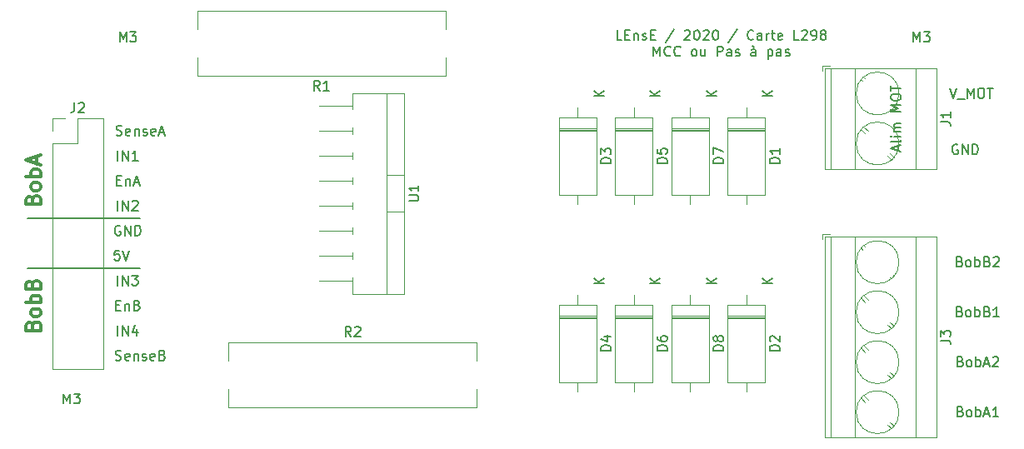
<source format=gbr>
%TF.GenerationSoftware,KiCad,Pcbnew,5.0.2-bee76a0~70~ubuntu18.04.1*%
%TF.CreationDate,2020-11-23T14:53:07+01:00*%
%TF.ProjectId,Carte_L298,43617274-655f-44c3-9239-382e6b696361,rev?*%
%TF.SameCoordinates,Original*%
%TF.FileFunction,Legend,Top*%
%TF.FilePolarity,Positive*%
%FSLAX46Y46*%
G04 Gerber Fmt 4.6, Leading zero omitted, Abs format (unit mm)*
G04 Created by KiCad (PCBNEW 5.0.2-bee76a0~70~ubuntu18.04.1) date lun. 23 nov. 2020 14:53:07 CET*
%MOMM*%
%LPD*%
G01*
G04 APERTURE LIST*
%ADD10C,0.300000*%
%ADD11C,0.150000*%
%ADD12C,0.200000*%
%ADD13C,0.120000*%
G04 APERTURE END LIST*
D10*
X137052857Y-87725000D02*
X137124285Y-87510714D01*
X137195714Y-87439285D01*
X137338571Y-87367857D01*
X137552857Y-87367857D01*
X137695714Y-87439285D01*
X137767142Y-87510714D01*
X137838571Y-87653571D01*
X137838571Y-88225000D01*
X136338571Y-88225000D01*
X136338571Y-87725000D01*
X136410000Y-87582142D01*
X136481428Y-87510714D01*
X136624285Y-87439285D01*
X136767142Y-87439285D01*
X136910000Y-87510714D01*
X136981428Y-87582142D01*
X137052857Y-87725000D01*
X137052857Y-88225000D01*
X137838571Y-86510714D02*
X137767142Y-86653571D01*
X137695714Y-86725000D01*
X137552857Y-86796428D01*
X137124285Y-86796428D01*
X136981428Y-86725000D01*
X136910000Y-86653571D01*
X136838571Y-86510714D01*
X136838571Y-86296428D01*
X136910000Y-86153571D01*
X136981428Y-86082142D01*
X137124285Y-86010714D01*
X137552857Y-86010714D01*
X137695714Y-86082142D01*
X137767142Y-86153571D01*
X137838571Y-86296428D01*
X137838571Y-86510714D01*
X137838571Y-85367857D02*
X136338571Y-85367857D01*
X136910000Y-85367857D02*
X136838571Y-85225000D01*
X136838571Y-84939285D01*
X136910000Y-84796428D01*
X136981428Y-84725000D01*
X137124285Y-84653571D01*
X137552857Y-84653571D01*
X137695714Y-84725000D01*
X137767142Y-84796428D01*
X137838571Y-84939285D01*
X137838571Y-85225000D01*
X137767142Y-85367857D01*
X137052857Y-83510714D02*
X137124285Y-83296428D01*
X137195714Y-83225000D01*
X137338571Y-83153571D01*
X137552857Y-83153571D01*
X137695714Y-83225000D01*
X137767142Y-83296428D01*
X137838571Y-83439285D01*
X137838571Y-84010714D01*
X136338571Y-84010714D01*
X136338571Y-83510714D01*
X136410000Y-83367857D01*
X136481428Y-83296428D01*
X136624285Y-83225000D01*
X136767142Y-83225000D01*
X136910000Y-83296428D01*
X136981428Y-83367857D01*
X137052857Y-83510714D01*
X137052857Y-84010714D01*
X137052857Y-74917857D02*
X137124285Y-74703571D01*
X137195714Y-74632142D01*
X137338571Y-74560714D01*
X137552857Y-74560714D01*
X137695714Y-74632142D01*
X137767142Y-74703571D01*
X137838571Y-74846428D01*
X137838571Y-75417857D01*
X136338571Y-75417857D01*
X136338571Y-74917857D01*
X136410000Y-74775000D01*
X136481428Y-74703571D01*
X136624285Y-74632142D01*
X136767142Y-74632142D01*
X136910000Y-74703571D01*
X136981428Y-74775000D01*
X137052857Y-74917857D01*
X137052857Y-75417857D01*
X137838571Y-73703571D02*
X137767142Y-73846428D01*
X137695714Y-73917857D01*
X137552857Y-73989285D01*
X137124285Y-73989285D01*
X136981428Y-73917857D01*
X136910000Y-73846428D01*
X136838571Y-73703571D01*
X136838571Y-73489285D01*
X136910000Y-73346428D01*
X136981428Y-73275000D01*
X137124285Y-73203571D01*
X137552857Y-73203571D01*
X137695714Y-73275000D01*
X137767142Y-73346428D01*
X137838571Y-73489285D01*
X137838571Y-73703571D01*
X137838571Y-72560714D02*
X136338571Y-72560714D01*
X136910000Y-72560714D02*
X136838571Y-72417857D01*
X136838571Y-72132142D01*
X136910000Y-71989285D01*
X136981428Y-71917857D01*
X137124285Y-71846428D01*
X137552857Y-71846428D01*
X137695714Y-71917857D01*
X137767142Y-71989285D01*
X137838571Y-72132142D01*
X137838571Y-72417857D01*
X137767142Y-72560714D01*
X137410000Y-71275000D02*
X137410000Y-70560714D01*
X137838571Y-71417857D02*
X136338571Y-70917857D01*
X137838571Y-70417857D01*
D11*
X230219523Y-63587380D02*
X230552857Y-64587380D01*
X230886190Y-63587380D01*
X230981428Y-64682619D02*
X231743333Y-64682619D01*
X231981428Y-64587380D02*
X231981428Y-63587380D01*
X232314761Y-64301666D01*
X232648095Y-63587380D01*
X232648095Y-64587380D01*
X233314761Y-63587380D02*
X233505238Y-63587380D01*
X233600476Y-63635000D01*
X233695714Y-63730238D01*
X233743333Y-63920714D01*
X233743333Y-64254047D01*
X233695714Y-64444523D01*
X233600476Y-64539761D01*
X233505238Y-64587380D01*
X233314761Y-64587380D01*
X233219523Y-64539761D01*
X233124285Y-64444523D01*
X233076666Y-64254047D01*
X233076666Y-63920714D01*
X233124285Y-63730238D01*
X233219523Y-63635000D01*
X233314761Y-63587380D01*
X234029047Y-63587380D02*
X234600476Y-63587380D01*
X234314761Y-64587380D02*
X234314761Y-63587380D01*
X231013095Y-69350000D02*
X230917857Y-69302380D01*
X230775000Y-69302380D01*
X230632142Y-69350000D01*
X230536904Y-69445238D01*
X230489285Y-69540476D01*
X230441666Y-69730952D01*
X230441666Y-69873809D01*
X230489285Y-70064285D01*
X230536904Y-70159523D01*
X230632142Y-70254761D01*
X230775000Y-70302380D01*
X230870238Y-70302380D01*
X231013095Y-70254761D01*
X231060714Y-70207142D01*
X231060714Y-69873809D01*
X230870238Y-69873809D01*
X231489285Y-70302380D02*
X231489285Y-69302380D01*
X232060714Y-70302380D01*
X232060714Y-69302380D01*
X232536904Y-70302380D02*
X232536904Y-69302380D01*
X232775000Y-69302380D01*
X232917857Y-69350000D01*
X233013095Y-69445238D01*
X233060714Y-69540476D01*
X233108333Y-69730952D01*
X233108333Y-69873809D01*
X233060714Y-70064285D01*
X233013095Y-70159523D01*
X232917857Y-70254761D01*
X232775000Y-70302380D01*
X232536904Y-70302380D01*
X145685000Y-70937380D02*
X145685000Y-69937380D01*
X146161190Y-70937380D02*
X146161190Y-69937380D01*
X146732619Y-70937380D01*
X146732619Y-69937380D01*
X147732619Y-70937380D02*
X147161190Y-70937380D01*
X147446904Y-70937380D02*
X147446904Y-69937380D01*
X147351666Y-70080238D01*
X147256428Y-70175476D01*
X147161190Y-70223095D01*
X231235476Y-86288571D02*
X231378333Y-86336190D01*
X231425952Y-86383809D01*
X231473571Y-86479047D01*
X231473571Y-86621904D01*
X231425952Y-86717142D01*
X231378333Y-86764761D01*
X231283095Y-86812380D01*
X230902142Y-86812380D01*
X230902142Y-85812380D01*
X231235476Y-85812380D01*
X231330714Y-85860000D01*
X231378333Y-85907619D01*
X231425952Y-86002857D01*
X231425952Y-86098095D01*
X231378333Y-86193333D01*
X231330714Y-86240952D01*
X231235476Y-86288571D01*
X230902142Y-86288571D01*
X232045000Y-86812380D02*
X231949761Y-86764761D01*
X231902142Y-86717142D01*
X231854523Y-86621904D01*
X231854523Y-86336190D01*
X231902142Y-86240952D01*
X231949761Y-86193333D01*
X232045000Y-86145714D01*
X232187857Y-86145714D01*
X232283095Y-86193333D01*
X232330714Y-86240952D01*
X232378333Y-86336190D01*
X232378333Y-86621904D01*
X232330714Y-86717142D01*
X232283095Y-86764761D01*
X232187857Y-86812380D01*
X232045000Y-86812380D01*
X232806904Y-86812380D02*
X232806904Y-85812380D01*
X232806904Y-86193333D02*
X232902142Y-86145714D01*
X233092619Y-86145714D01*
X233187857Y-86193333D01*
X233235476Y-86240952D01*
X233283095Y-86336190D01*
X233283095Y-86621904D01*
X233235476Y-86717142D01*
X233187857Y-86764761D01*
X233092619Y-86812380D01*
X232902142Y-86812380D01*
X232806904Y-86764761D01*
X234045000Y-86288571D02*
X234187857Y-86336190D01*
X234235476Y-86383809D01*
X234283095Y-86479047D01*
X234283095Y-86621904D01*
X234235476Y-86717142D01*
X234187857Y-86764761D01*
X234092619Y-86812380D01*
X233711666Y-86812380D01*
X233711666Y-85812380D01*
X234045000Y-85812380D01*
X234140238Y-85860000D01*
X234187857Y-85907619D01*
X234235476Y-86002857D01*
X234235476Y-86098095D01*
X234187857Y-86193333D01*
X234140238Y-86240952D01*
X234045000Y-86288571D01*
X233711666Y-86288571D01*
X235235476Y-86812380D02*
X234664047Y-86812380D01*
X234949761Y-86812380D02*
X234949761Y-85812380D01*
X234854523Y-85955238D01*
X234759285Y-86050476D01*
X234664047Y-86098095D01*
X231306904Y-96448571D02*
X231449761Y-96496190D01*
X231497380Y-96543809D01*
X231545000Y-96639047D01*
X231545000Y-96781904D01*
X231497380Y-96877142D01*
X231449761Y-96924761D01*
X231354523Y-96972380D01*
X230973571Y-96972380D01*
X230973571Y-95972380D01*
X231306904Y-95972380D01*
X231402142Y-96020000D01*
X231449761Y-96067619D01*
X231497380Y-96162857D01*
X231497380Y-96258095D01*
X231449761Y-96353333D01*
X231402142Y-96400952D01*
X231306904Y-96448571D01*
X230973571Y-96448571D01*
X232116428Y-96972380D02*
X232021190Y-96924761D01*
X231973571Y-96877142D01*
X231925952Y-96781904D01*
X231925952Y-96496190D01*
X231973571Y-96400952D01*
X232021190Y-96353333D01*
X232116428Y-96305714D01*
X232259285Y-96305714D01*
X232354523Y-96353333D01*
X232402142Y-96400952D01*
X232449761Y-96496190D01*
X232449761Y-96781904D01*
X232402142Y-96877142D01*
X232354523Y-96924761D01*
X232259285Y-96972380D01*
X232116428Y-96972380D01*
X232878333Y-96972380D02*
X232878333Y-95972380D01*
X232878333Y-96353333D02*
X232973571Y-96305714D01*
X233164047Y-96305714D01*
X233259285Y-96353333D01*
X233306904Y-96400952D01*
X233354523Y-96496190D01*
X233354523Y-96781904D01*
X233306904Y-96877142D01*
X233259285Y-96924761D01*
X233164047Y-96972380D01*
X232973571Y-96972380D01*
X232878333Y-96924761D01*
X233735476Y-96686666D02*
X234211666Y-96686666D01*
X233640238Y-96972380D02*
X233973571Y-95972380D01*
X234306904Y-96972380D01*
X235164047Y-96972380D02*
X234592619Y-96972380D01*
X234878333Y-96972380D02*
X234878333Y-95972380D01*
X234783095Y-96115238D01*
X234687857Y-96210476D01*
X234592619Y-96258095D01*
X224956666Y-69936904D02*
X224956666Y-69460714D01*
X225242380Y-70032142D02*
X224242380Y-69698809D01*
X225242380Y-69365476D01*
X225242380Y-68889285D02*
X225194761Y-68984523D01*
X225099523Y-69032142D01*
X224242380Y-69032142D01*
X225242380Y-68508333D02*
X224575714Y-68508333D01*
X224242380Y-68508333D02*
X224290000Y-68555952D01*
X224337619Y-68508333D01*
X224290000Y-68460714D01*
X224242380Y-68508333D01*
X224337619Y-68508333D01*
X225242380Y-68032142D02*
X224575714Y-68032142D01*
X224670952Y-68032142D02*
X224623333Y-67984523D01*
X224575714Y-67889285D01*
X224575714Y-67746428D01*
X224623333Y-67651190D01*
X224718571Y-67603571D01*
X225242380Y-67603571D01*
X224718571Y-67603571D02*
X224623333Y-67555952D01*
X224575714Y-67460714D01*
X224575714Y-67317857D01*
X224623333Y-67222619D01*
X224718571Y-67175000D01*
X225242380Y-67175000D01*
X225242380Y-65936904D02*
X224242380Y-65936904D01*
X224956666Y-65603571D01*
X224242380Y-65270238D01*
X225242380Y-65270238D01*
X224242380Y-64603571D02*
X224242380Y-64413095D01*
X224290000Y-64317857D01*
X224385238Y-64222619D01*
X224575714Y-64175000D01*
X224909047Y-64175000D01*
X225099523Y-64222619D01*
X225194761Y-64317857D01*
X225242380Y-64413095D01*
X225242380Y-64603571D01*
X225194761Y-64698809D01*
X225099523Y-64794047D01*
X224909047Y-64841666D01*
X224575714Y-64841666D01*
X224385238Y-64794047D01*
X224290000Y-64698809D01*
X224242380Y-64603571D01*
X224242380Y-63889285D02*
X224242380Y-63317857D01*
X225242380Y-63603571D02*
X224242380Y-63603571D01*
X145859523Y-80097380D02*
X145383333Y-80097380D01*
X145335714Y-80573571D01*
X145383333Y-80525952D01*
X145478571Y-80478333D01*
X145716666Y-80478333D01*
X145811904Y-80525952D01*
X145859523Y-80573571D01*
X145907142Y-80668809D01*
X145907142Y-80906904D01*
X145859523Y-81002142D01*
X145811904Y-81049761D01*
X145716666Y-81097380D01*
X145478571Y-81097380D01*
X145383333Y-81049761D01*
X145335714Y-81002142D01*
X146192857Y-80097380D02*
X146526190Y-81097380D01*
X146859523Y-80097380D01*
X145526428Y-68349761D02*
X145669285Y-68397380D01*
X145907380Y-68397380D01*
X146002619Y-68349761D01*
X146050238Y-68302142D01*
X146097857Y-68206904D01*
X146097857Y-68111666D01*
X146050238Y-68016428D01*
X146002619Y-67968809D01*
X145907380Y-67921190D01*
X145716904Y-67873571D01*
X145621666Y-67825952D01*
X145574047Y-67778333D01*
X145526428Y-67683095D01*
X145526428Y-67587857D01*
X145574047Y-67492619D01*
X145621666Y-67445000D01*
X145716904Y-67397380D01*
X145955000Y-67397380D01*
X146097857Y-67445000D01*
X146907380Y-68349761D02*
X146812142Y-68397380D01*
X146621666Y-68397380D01*
X146526428Y-68349761D01*
X146478809Y-68254523D01*
X146478809Y-67873571D01*
X146526428Y-67778333D01*
X146621666Y-67730714D01*
X146812142Y-67730714D01*
X146907380Y-67778333D01*
X146955000Y-67873571D01*
X146955000Y-67968809D01*
X146478809Y-68064047D01*
X147383571Y-67730714D02*
X147383571Y-68397380D01*
X147383571Y-67825952D02*
X147431190Y-67778333D01*
X147526428Y-67730714D01*
X147669285Y-67730714D01*
X147764523Y-67778333D01*
X147812142Y-67873571D01*
X147812142Y-68397380D01*
X148240714Y-68349761D02*
X148335952Y-68397380D01*
X148526428Y-68397380D01*
X148621666Y-68349761D01*
X148669285Y-68254523D01*
X148669285Y-68206904D01*
X148621666Y-68111666D01*
X148526428Y-68064047D01*
X148383571Y-68064047D01*
X148288333Y-68016428D01*
X148240714Y-67921190D01*
X148240714Y-67873571D01*
X148288333Y-67778333D01*
X148383571Y-67730714D01*
X148526428Y-67730714D01*
X148621666Y-67778333D01*
X149478809Y-68349761D02*
X149383571Y-68397380D01*
X149193095Y-68397380D01*
X149097857Y-68349761D01*
X149050238Y-68254523D01*
X149050238Y-67873571D01*
X149097857Y-67778333D01*
X149193095Y-67730714D01*
X149383571Y-67730714D01*
X149478809Y-67778333D01*
X149526428Y-67873571D01*
X149526428Y-67968809D01*
X149050238Y-68064047D01*
X149907380Y-68111666D02*
X150383571Y-68111666D01*
X149812142Y-68397380D02*
X150145476Y-67397380D01*
X150478809Y-68397380D01*
X231235476Y-81208571D02*
X231378333Y-81256190D01*
X231425952Y-81303809D01*
X231473571Y-81399047D01*
X231473571Y-81541904D01*
X231425952Y-81637142D01*
X231378333Y-81684761D01*
X231283095Y-81732380D01*
X230902142Y-81732380D01*
X230902142Y-80732380D01*
X231235476Y-80732380D01*
X231330714Y-80780000D01*
X231378333Y-80827619D01*
X231425952Y-80922857D01*
X231425952Y-81018095D01*
X231378333Y-81113333D01*
X231330714Y-81160952D01*
X231235476Y-81208571D01*
X230902142Y-81208571D01*
X232045000Y-81732380D02*
X231949761Y-81684761D01*
X231902142Y-81637142D01*
X231854523Y-81541904D01*
X231854523Y-81256190D01*
X231902142Y-81160952D01*
X231949761Y-81113333D01*
X232045000Y-81065714D01*
X232187857Y-81065714D01*
X232283095Y-81113333D01*
X232330714Y-81160952D01*
X232378333Y-81256190D01*
X232378333Y-81541904D01*
X232330714Y-81637142D01*
X232283095Y-81684761D01*
X232187857Y-81732380D01*
X232045000Y-81732380D01*
X232806904Y-81732380D02*
X232806904Y-80732380D01*
X232806904Y-81113333D02*
X232902142Y-81065714D01*
X233092619Y-81065714D01*
X233187857Y-81113333D01*
X233235476Y-81160952D01*
X233283095Y-81256190D01*
X233283095Y-81541904D01*
X233235476Y-81637142D01*
X233187857Y-81684761D01*
X233092619Y-81732380D01*
X232902142Y-81732380D01*
X232806904Y-81684761D01*
X234045000Y-81208571D02*
X234187857Y-81256190D01*
X234235476Y-81303809D01*
X234283095Y-81399047D01*
X234283095Y-81541904D01*
X234235476Y-81637142D01*
X234187857Y-81684761D01*
X234092619Y-81732380D01*
X233711666Y-81732380D01*
X233711666Y-80732380D01*
X234045000Y-80732380D01*
X234140238Y-80780000D01*
X234187857Y-80827619D01*
X234235476Y-80922857D01*
X234235476Y-81018095D01*
X234187857Y-81113333D01*
X234140238Y-81160952D01*
X234045000Y-81208571D01*
X233711666Y-81208571D01*
X234664047Y-80827619D02*
X234711666Y-80780000D01*
X234806904Y-80732380D01*
X235045000Y-80732380D01*
X235140238Y-80780000D01*
X235187857Y-80827619D01*
X235235476Y-80922857D01*
X235235476Y-81018095D01*
X235187857Y-81160952D01*
X234616428Y-81732380D01*
X235235476Y-81732380D01*
X231306904Y-91368571D02*
X231449761Y-91416190D01*
X231497380Y-91463809D01*
X231545000Y-91559047D01*
X231545000Y-91701904D01*
X231497380Y-91797142D01*
X231449761Y-91844761D01*
X231354523Y-91892380D01*
X230973571Y-91892380D01*
X230973571Y-90892380D01*
X231306904Y-90892380D01*
X231402142Y-90940000D01*
X231449761Y-90987619D01*
X231497380Y-91082857D01*
X231497380Y-91178095D01*
X231449761Y-91273333D01*
X231402142Y-91320952D01*
X231306904Y-91368571D01*
X230973571Y-91368571D01*
X232116428Y-91892380D02*
X232021190Y-91844761D01*
X231973571Y-91797142D01*
X231925952Y-91701904D01*
X231925952Y-91416190D01*
X231973571Y-91320952D01*
X232021190Y-91273333D01*
X232116428Y-91225714D01*
X232259285Y-91225714D01*
X232354523Y-91273333D01*
X232402142Y-91320952D01*
X232449761Y-91416190D01*
X232449761Y-91701904D01*
X232402142Y-91797142D01*
X232354523Y-91844761D01*
X232259285Y-91892380D01*
X232116428Y-91892380D01*
X232878333Y-91892380D02*
X232878333Y-90892380D01*
X232878333Y-91273333D02*
X232973571Y-91225714D01*
X233164047Y-91225714D01*
X233259285Y-91273333D01*
X233306904Y-91320952D01*
X233354523Y-91416190D01*
X233354523Y-91701904D01*
X233306904Y-91797142D01*
X233259285Y-91844761D01*
X233164047Y-91892380D01*
X232973571Y-91892380D01*
X232878333Y-91844761D01*
X233735476Y-91606666D02*
X234211666Y-91606666D01*
X233640238Y-91892380D02*
X233973571Y-90892380D01*
X234306904Y-91892380D01*
X234592619Y-90987619D02*
X234640238Y-90940000D01*
X234735476Y-90892380D01*
X234973571Y-90892380D01*
X235068809Y-90940000D01*
X235116428Y-90987619D01*
X235164047Y-91082857D01*
X235164047Y-91178095D01*
X235116428Y-91320952D01*
X234545000Y-91892380D01*
X235164047Y-91892380D01*
X145589761Y-72953571D02*
X145923095Y-72953571D01*
X146065952Y-73477380D02*
X145589761Y-73477380D01*
X145589761Y-72477380D01*
X146065952Y-72477380D01*
X146494523Y-72810714D02*
X146494523Y-73477380D01*
X146494523Y-72905952D02*
X146542142Y-72858333D01*
X146637380Y-72810714D01*
X146780238Y-72810714D01*
X146875476Y-72858333D01*
X146923095Y-72953571D01*
X146923095Y-73477380D01*
X147351666Y-73191666D02*
X147827857Y-73191666D01*
X147256428Y-73477380D02*
X147589761Y-72477380D01*
X147923095Y-73477380D01*
X145685000Y-88717380D02*
X145685000Y-87717380D01*
X146161190Y-88717380D02*
X146161190Y-87717380D01*
X146732619Y-88717380D01*
X146732619Y-87717380D01*
X147637380Y-88050714D02*
X147637380Y-88717380D01*
X147399285Y-87669761D02*
X147161190Y-88384047D01*
X147780238Y-88384047D01*
X145455000Y-91209761D02*
X145597857Y-91257380D01*
X145835952Y-91257380D01*
X145931190Y-91209761D01*
X145978809Y-91162142D01*
X146026428Y-91066904D01*
X146026428Y-90971666D01*
X145978809Y-90876428D01*
X145931190Y-90828809D01*
X145835952Y-90781190D01*
X145645476Y-90733571D01*
X145550238Y-90685952D01*
X145502619Y-90638333D01*
X145455000Y-90543095D01*
X145455000Y-90447857D01*
X145502619Y-90352619D01*
X145550238Y-90305000D01*
X145645476Y-90257380D01*
X145883571Y-90257380D01*
X146026428Y-90305000D01*
X146835952Y-91209761D02*
X146740714Y-91257380D01*
X146550238Y-91257380D01*
X146455000Y-91209761D01*
X146407380Y-91114523D01*
X146407380Y-90733571D01*
X146455000Y-90638333D01*
X146550238Y-90590714D01*
X146740714Y-90590714D01*
X146835952Y-90638333D01*
X146883571Y-90733571D01*
X146883571Y-90828809D01*
X146407380Y-90924047D01*
X147312142Y-90590714D02*
X147312142Y-91257380D01*
X147312142Y-90685952D02*
X147359761Y-90638333D01*
X147455000Y-90590714D01*
X147597857Y-90590714D01*
X147693095Y-90638333D01*
X147740714Y-90733571D01*
X147740714Y-91257380D01*
X148169285Y-91209761D02*
X148264523Y-91257380D01*
X148455000Y-91257380D01*
X148550238Y-91209761D01*
X148597857Y-91114523D01*
X148597857Y-91066904D01*
X148550238Y-90971666D01*
X148455000Y-90924047D01*
X148312142Y-90924047D01*
X148216904Y-90876428D01*
X148169285Y-90781190D01*
X148169285Y-90733571D01*
X148216904Y-90638333D01*
X148312142Y-90590714D01*
X148455000Y-90590714D01*
X148550238Y-90638333D01*
X149407380Y-91209761D02*
X149312142Y-91257380D01*
X149121666Y-91257380D01*
X149026428Y-91209761D01*
X148978809Y-91114523D01*
X148978809Y-90733571D01*
X149026428Y-90638333D01*
X149121666Y-90590714D01*
X149312142Y-90590714D01*
X149407380Y-90638333D01*
X149455000Y-90733571D01*
X149455000Y-90828809D01*
X148978809Y-90924047D01*
X150216904Y-90733571D02*
X150359761Y-90781190D01*
X150407380Y-90828809D01*
X150455000Y-90924047D01*
X150455000Y-91066904D01*
X150407380Y-91162142D01*
X150359761Y-91209761D01*
X150264523Y-91257380D01*
X149883571Y-91257380D01*
X149883571Y-90257380D01*
X150216904Y-90257380D01*
X150312142Y-90305000D01*
X150359761Y-90352619D01*
X150407380Y-90447857D01*
X150407380Y-90543095D01*
X150359761Y-90638333D01*
X150312142Y-90685952D01*
X150216904Y-90733571D01*
X149883571Y-90733571D01*
X145518333Y-85653571D02*
X145851666Y-85653571D01*
X145994523Y-86177380D02*
X145518333Y-86177380D01*
X145518333Y-85177380D01*
X145994523Y-85177380D01*
X146423095Y-85510714D02*
X146423095Y-86177380D01*
X146423095Y-85605952D02*
X146470714Y-85558333D01*
X146565952Y-85510714D01*
X146708809Y-85510714D01*
X146804047Y-85558333D01*
X146851666Y-85653571D01*
X146851666Y-86177380D01*
X147661190Y-85653571D02*
X147804047Y-85701190D01*
X147851666Y-85748809D01*
X147899285Y-85844047D01*
X147899285Y-85986904D01*
X147851666Y-86082142D01*
X147804047Y-86129761D01*
X147708809Y-86177380D01*
X147327857Y-86177380D01*
X147327857Y-85177380D01*
X147661190Y-85177380D01*
X147756428Y-85225000D01*
X147804047Y-85272619D01*
X147851666Y-85367857D01*
X147851666Y-85463095D01*
X147804047Y-85558333D01*
X147756428Y-85605952D01*
X147661190Y-85653571D01*
X147327857Y-85653571D01*
X145923095Y-77605000D02*
X145827857Y-77557380D01*
X145685000Y-77557380D01*
X145542142Y-77605000D01*
X145446904Y-77700238D01*
X145399285Y-77795476D01*
X145351666Y-77985952D01*
X145351666Y-78128809D01*
X145399285Y-78319285D01*
X145446904Y-78414523D01*
X145542142Y-78509761D01*
X145685000Y-78557380D01*
X145780238Y-78557380D01*
X145923095Y-78509761D01*
X145970714Y-78462142D01*
X145970714Y-78128809D01*
X145780238Y-78128809D01*
X146399285Y-78557380D02*
X146399285Y-77557380D01*
X146970714Y-78557380D01*
X146970714Y-77557380D01*
X147446904Y-78557380D02*
X147446904Y-77557380D01*
X147685000Y-77557380D01*
X147827857Y-77605000D01*
X147923095Y-77700238D01*
X147970714Y-77795476D01*
X148018333Y-77985952D01*
X148018333Y-78128809D01*
X147970714Y-78319285D01*
X147923095Y-78414523D01*
X147827857Y-78509761D01*
X147685000Y-78557380D01*
X147446904Y-78557380D01*
X145685000Y-76017380D02*
X145685000Y-75017380D01*
X146161190Y-76017380D02*
X146161190Y-75017380D01*
X146732619Y-76017380D01*
X146732619Y-75017380D01*
X147161190Y-75112619D02*
X147208809Y-75065000D01*
X147304047Y-75017380D01*
X147542142Y-75017380D01*
X147637380Y-75065000D01*
X147685000Y-75112619D01*
X147732619Y-75207857D01*
X147732619Y-75303095D01*
X147685000Y-75445952D01*
X147113571Y-76017380D01*
X147732619Y-76017380D01*
X145685000Y-83637380D02*
X145685000Y-82637380D01*
X146161190Y-83637380D02*
X146161190Y-82637380D01*
X146732619Y-83637380D01*
X146732619Y-82637380D01*
X147113571Y-82637380D02*
X147732619Y-82637380D01*
X147399285Y-83018333D01*
X147542142Y-83018333D01*
X147637380Y-83065952D01*
X147685000Y-83113571D01*
X147732619Y-83208809D01*
X147732619Y-83446904D01*
X147685000Y-83542142D01*
X147637380Y-83589761D01*
X147542142Y-83637380D01*
X147256428Y-83637380D01*
X147161190Y-83589761D01*
X147113571Y-83542142D01*
X196890952Y-58682380D02*
X196414761Y-58682380D01*
X196414761Y-57682380D01*
X197224285Y-58158571D02*
X197557619Y-58158571D01*
X197700476Y-58682380D02*
X197224285Y-58682380D01*
X197224285Y-57682380D01*
X197700476Y-57682380D01*
X198129047Y-58015714D02*
X198129047Y-58682380D01*
X198129047Y-58110952D02*
X198176666Y-58063333D01*
X198271904Y-58015714D01*
X198414761Y-58015714D01*
X198510000Y-58063333D01*
X198557619Y-58158571D01*
X198557619Y-58682380D01*
X198986190Y-58634761D02*
X199081428Y-58682380D01*
X199271904Y-58682380D01*
X199367142Y-58634761D01*
X199414761Y-58539523D01*
X199414761Y-58491904D01*
X199367142Y-58396666D01*
X199271904Y-58349047D01*
X199129047Y-58349047D01*
X199033809Y-58301428D01*
X198986190Y-58206190D01*
X198986190Y-58158571D01*
X199033809Y-58063333D01*
X199129047Y-58015714D01*
X199271904Y-58015714D01*
X199367142Y-58063333D01*
X199843333Y-58158571D02*
X200176666Y-58158571D01*
X200319523Y-58682380D02*
X199843333Y-58682380D01*
X199843333Y-57682380D01*
X200319523Y-57682380D01*
X202224285Y-57634761D02*
X201367142Y-58920476D01*
X203271904Y-57777619D02*
X203319523Y-57730000D01*
X203414761Y-57682380D01*
X203652857Y-57682380D01*
X203748095Y-57730000D01*
X203795714Y-57777619D01*
X203843333Y-57872857D01*
X203843333Y-57968095D01*
X203795714Y-58110952D01*
X203224285Y-58682380D01*
X203843333Y-58682380D01*
X204462380Y-57682380D02*
X204557619Y-57682380D01*
X204652857Y-57730000D01*
X204700476Y-57777619D01*
X204748095Y-57872857D01*
X204795714Y-58063333D01*
X204795714Y-58301428D01*
X204748095Y-58491904D01*
X204700476Y-58587142D01*
X204652857Y-58634761D01*
X204557619Y-58682380D01*
X204462380Y-58682380D01*
X204367142Y-58634761D01*
X204319523Y-58587142D01*
X204271904Y-58491904D01*
X204224285Y-58301428D01*
X204224285Y-58063333D01*
X204271904Y-57872857D01*
X204319523Y-57777619D01*
X204367142Y-57730000D01*
X204462380Y-57682380D01*
X205176666Y-57777619D02*
X205224285Y-57730000D01*
X205319523Y-57682380D01*
X205557619Y-57682380D01*
X205652857Y-57730000D01*
X205700476Y-57777619D01*
X205748095Y-57872857D01*
X205748095Y-57968095D01*
X205700476Y-58110952D01*
X205129047Y-58682380D01*
X205748095Y-58682380D01*
X206367142Y-57682380D02*
X206462380Y-57682380D01*
X206557619Y-57730000D01*
X206605238Y-57777619D01*
X206652857Y-57872857D01*
X206700476Y-58063333D01*
X206700476Y-58301428D01*
X206652857Y-58491904D01*
X206605238Y-58587142D01*
X206557619Y-58634761D01*
X206462380Y-58682380D01*
X206367142Y-58682380D01*
X206271904Y-58634761D01*
X206224285Y-58587142D01*
X206176666Y-58491904D01*
X206129047Y-58301428D01*
X206129047Y-58063333D01*
X206176666Y-57872857D01*
X206224285Y-57777619D01*
X206271904Y-57730000D01*
X206367142Y-57682380D01*
X208605238Y-57634761D02*
X207748095Y-58920476D01*
X210271904Y-58587142D02*
X210224285Y-58634761D01*
X210081428Y-58682380D01*
X209986190Y-58682380D01*
X209843333Y-58634761D01*
X209748095Y-58539523D01*
X209700476Y-58444285D01*
X209652857Y-58253809D01*
X209652857Y-58110952D01*
X209700476Y-57920476D01*
X209748095Y-57825238D01*
X209843333Y-57730000D01*
X209986190Y-57682380D01*
X210081428Y-57682380D01*
X210224285Y-57730000D01*
X210271904Y-57777619D01*
X211129047Y-58682380D02*
X211129047Y-58158571D01*
X211081428Y-58063333D01*
X210986190Y-58015714D01*
X210795714Y-58015714D01*
X210700476Y-58063333D01*
X211129047Y-58634761D02*
X211033809Y-58682380D01*
X210795714Y-58682380D01*
X210700476Y-58634761D01*
X210652857Y-58539523D01*
X210652857Y-58444285D01*
X210700476Y-58349047D01*
X210795714Y-58301428D01*
X211033809Y-58301428D01*
X211129047Y-58253809D01*
X211605238Y-58682380D02*
X211605238Y-58015714D01*
X211605238Y-58206190D02*
X211652857Y-58110952D01*
X211700476Y-58063333D01*
X211795714Y-58015714D01*
X211890952Y-58015714D01*
X212081428Y-58015714D02*
X212462380Y-58015714D01*
X212224285Y-57682380D02*
X212224285Y-58539523D01*
X212271904Y-58634761D01*
X212367142Y-58682380D01*
X212462380Y-58682380D01*
X213176666Y-58634761D02*
X213081428Y-58682380D01*
X212890952Y-58682380D01*
X212795714Y-58634761D01*
X212748095Y-58539523D01*
X212748095Y-58158571D01*
X212795714Y-58063333D01*
X212890952Y-58015714D01*
X213081428Y-58015714D01*
X213176666Y-58063333D01*
X213224285Y-58158571D01*
X213224285Y-58253809D01*
X212748095Y-58349047D01*
X214890952Y-58682380D02*
X214414761Y-58682380D01*
X214414761Y-57682380D01*
X215176666Y-57777619D02*
X215224285Y-57730000D01*
X215319523Y-57682380D01*
X215557619Y-57682380D01*
X215652857Y-57730000D01*
X215700476Y-57777619D01*
X215748095Y-57872857D01*
X215748095Y-57968095D01*
X215700476Y-58110952D01*
X215129047Y-58682380D01*
X215748095Y-58682380D01*
X216224285Y-58682380D02*
X216414761Y-58682380D01*
X216510000Y-58634761D01*
X216557619Y-58587142D01*
X216652857Y-58444285D01*
X216700476Y-58253809D01*
X216700476Y-57872857D01*
X216652857Y-57777619D01*
X216605238Y-57730000D01*
X216510000Y-57682380D01*
X216319523Y-57682380D01*
X216224285Y-57730000D01*
X216176666Y-57777619D01*
X216129047Y-57872857D01*
X216129047Y-58110952D01*
X216176666Y-58206190D01*
X216224285Y-58253809D01*
X216319523Y-58301428D01*
X216510000Y-58301428D01*
X216605238Y-58253809D01*
X216652857Y-58206190D01*
X216700476Y-58110952D01*
X217271904Y-58110952D02*
X217176666Y-58063333D01*
X217129047Y-58015714D01*
X217081428Y-57920476D01*
X217081428Y-57872857D01*
X217129047Y-57777619D01*
X217176666Y-57730000D01*
X217271904Y-57682380D01*
X217462380Y-57682380D01*
X217557619Y-57730000D01*
X217605238Y-57777619D01*
X217652857Y-57872857D01*
X217652857Y-57920476D01*
X217605238Y-58015714D01*
X217557619Y-58063333D01*
X217462380Y-58110952D01*
X217271904Y-58110952D01*
X217176666Y-58158571D01*
X217129047Y-58206190D01*
X217081428Y-58301428D01*
X217081428Y-58491904D01*
X217129047Y-58587142D01*
X217176666Y-58634761D01*
X217271904Y-58682380D01*
X217462380Y-58682380D01*
X217557619Y-58634761D01*
X217605238Y-58587142D01*
X217652857Y-58491904D01*
X217652857Y-58301428D01*
X217605238Y-58206190D01*
X217557619Y-58158571D01*
X217462380Y-58110952D01*
X200129047Y-60332380D02*
X200129047Y-59332380D01*
X200462380Y-60046666D01*
X200795714Y-59332380D01*
X200795714Y-60332380D01*
X201843333Y-60237142D02*
X201795714Y-60284761D01*
X201652857Y-60332380D01*
X201557619Y-60332380D01*
X201414761Y-60284761D01*
X201319523Y-60189523D01*
X201271904Y-60094285D01*
X201224285Y-59903809D01*
X201224285Y-59760952D01*
X201271904Y-59570476D01*
X201319523Y-59475238D01*
X201414761Y-59380000D01*
X201557619Y-59332380D01*
X201652857Y-59332380D01*
X201795714Y-59380000D01*
X201843333Y-59427619D01*
X202843333Y-60237142D02*
X202795714Y-60284761D01*
X202652857Y-60332380D01*
X202557619Y-60332380D01*
X202414761Y-60284761D01*
X202319523Y-60189523D01*
X202271904Y-60094285D01*
X202224285Y-59903809D01*
X202224285Y-59760952D01*
X202271904Y-59570476D01*
X202319523Y-59475238D01*
X202414761Y-59380000D01*
X202557619Y-59332380D01*
X202652857Y-59332380D01*
X202795714Y-59380000D01*
X202843333Y-59427619D01*
X204176666Y-60332380D02*
X204081428Y-60284761D01*
X204033809Y-60237142D01*
X203986190Y-60141904D01*
X203986190Y-59856190D01*
X204033809Y-59760952D01*
X204081428Y-59713333D01*
X204176666Y-59665714D01*
X204319523Y-59665714D01*
X204414761Y-59713333D01*
X204462380Y-59760952D01*
X204510000Y-59856190D01*
X204510000Y-60141904D01*
X204462380Y-60237142D01*
X204414761Y-60284761D01*
X204319523Y-60332380D01*
X204176666Y-60332380D01*
X205367142Y-59665714D02*
X205367142Y-60332380D01*
X204938571Y-59665714D02*
X204938571Y-60189523D01*
X204986190Y-60284761D01*
X205081428Y-60332380D01*
X205224285Y-60332380D01*
X205319523Y-60284761D01*
X205367142Y-60237142D01*
X206605238Y-60332380D02*
X206605238Y-59332380D01*
X206986190Y-59332380D01*
X207081428Y-59380000D01*
X207129047Y-59427619D01*
X207176666Y-59522857D01*
X207176666Y-59665714D01*
X207129047Y-59760952D01*
X207081428Y-59808571D01*
X206986190Y-59856190D01*
X206605238Y-59856190D01*
X208033809Y-60332380D02*
X208033809Y-59808571D01*
X207986190Y-59713333D01*
X207890952Y-59665714D01*
X207700476Y-59665714D01*
X207605238Y-59713333D01*
X208033809Y-60284761D02*
X207938571Y-60332380D01*
X207700476Y-60332380D01*
X207605238Y-60284761D01*
X207557619Y-60189523D01*
X207557619Y-60094285D01*
X207605238Y-59999047D01*
X207700476Y-59951428D01*
X207938571Y-59951428D01*
X208033809Y-59903809D01*
X208462380Y-60284761D02*
X208557619Y-60332380D01*
X208748095Y-60332380D01*
X208843333Y-60284761D01*
X208890952Y-60189523D01*
X208890952Y-60141904D01*
X208843333Y-60046666D01*
X208748095Y-59999047D01*
X208605238Y-59999047D01*
X208510000Y-59951428D01*
X208462380Y-59856190D01*
X208462380Y-59808571D01*
X208510000Y-59713333D01*
X208605238Y-59665714D01*
X208748095Y-59665714D01*
X208843333Y-59713333D01*
X210510000Y-60332380D02*
X210510000Y-59808571D01*
X210462380Y-59713333D01*
X210367142Y-59665714D01*
X210176666Y-59665714D01*
X210081428Y-59713333D01*
X210510000Y-60284761D02*
X210414761Y-60332380D01*
X210176666Y-60332380D01*
X210081428Y-60284761D01*
X210033809Y-60189523D01*
X210033809Y-60094285D01*
X210081428Y-59999047D01*
X210176666Y-59951428D01*
X210414761Y-59951428D01*
X210510000Y-59903809D01*
X210176666Y-59284761D02*
X210319523Y-59427619D01*
X211748095Y-59665714D02*
X211748095Y-60665714D01*
X211748095Y-59713333D02*
X211843333Y-59665714D01*
X212033809Y-59665714D01*
X212129047Y-59713333D01*
X212176666Y-59760952D01*
X212224285Y-59856190D01*
X212224285Y-60141904D01*
X212176666Y-60237142D01*
X212129047Y-60284761D01*
X212033809Y-60332380D01*
X211843333Y-60332380D01*
X211748095Y-60284761D01*
X213081428Y-60332380D02*
X213081428Y-59808571D01*
X213033809Y-59713333D01*
X212938571Y-59665714D01*
X212748095Y-59665714D01*
X212652857Y-59713333D01*
X213081428Y-60284761D02*
X212986190Y-60332380D01*
X212748095Y-60332380D01*
X212652857Y-60284761D01*
X212605238Y-60189523D01*
X212605238Y-60094285D01*
X212652857Y-59999047D01*
X212748095Y-59951428D01*
X212986190Y-59951428D01*
X213081428Y-59903809D01*
X213510000Y-60284761D02*
X213605238Y-60332380D01*
X213795714Y-60332380D01*
X213890952Y-60284761D01*
X213938571Y-60189523D01*
X213938571Y-60141904D01*
X213890952Y-60046666D01*
X213795714Y-59999047D01*
X213652857Y-59999047D01*
X213557619Y-59951428D01*
X213510000Y-59856190D01*
X213510000Y-59808571D01*
X213557619Y-59713333D01*
X213652857Y-59665714D01*
X213795714Y-59665714D01*
X213890952Y-59713333D01*
D12*
X137795000Y-76835000D02*
X147955000Y-76835000D01*
X136525000Y-81915000D02*
X147955000Y-81915000D01*
X136525000Y-76835000D02*
X137795000Y-76835000D01*
D13*
%TO.C,U1*%
X169559000Y-83185000D02*
X166165000Y-83185000D01*
X169559000Y-80645000D02*
X166165000Y-80645000D01*
X169559000Y-78105000D02*
X166165000Y-78105000D01*
X169559000Y-75565000D02*
X166165000Y-75565000D01*
X169559000Y-73025000D02*
X166165000Y-73025000D01*
X169559000Y-70485000D02*
X166165000Y-70485000D01*
X169559000Y-67945000D02*
X166165000Y-67945000D01*
X169559000Y-65405000D02*
X166150000Y-65405000D01*
X174800000Y-76145000D02*
X172960000Y-76145000D01*
X174800000Y-72446000D02*
X172960000Y-72446000D01*
X172960000Y-64075000D02*
X172960000Y-84515000D01*
X174800000Y-84515000D02*
X169559000Y-84515000D01*
X174800000Y-64075000D02*
X169559000Y-64075000D01*
X169559000Y-82840000D02*
X169559000Y-84515000D01*
X169559000Y-80300000D02*
X169559000Y-80991000D01*
X169559000Y-77760000D02*
X169559000Y-78451000D01*
X169559000Y-75220000D02*
X169559000Y-75911000D01*
X169559000Y-72680000D02*
X169559000Y-73371000D01*
X169559000Y-70140000D02*
X169559000Y-70831000D01*
X169559000Y-67600000D02*
X169559000Y-68291000D01*
X169559000Y-64075000D02*
X169559000Y-65751000D01*
X174800000Y-64075000D02*
X174800000Y-84515000D01*
%TO.C,J1*%
X217285000Y-61295000D02*
X217285000Y-61795000D01*
X218025000Y-61295000D02*
X217285000Y-61295000D01*
X221893000Y-67957000D02*
X221497000Y-67562000D01*
X224539000Y-70603000D02*
X224159000Y-70223000D01*
X221611000Y-68208000D02*
X221231000Y-67828000D01*
X224273000Y-70869000D02*
X223877000Y-70474000D01*
X221604000Y-62587000D02*
X221497000Y-62481000D01*
X224539000Y-65523000D02*
X224432000Y-65416000D01*
X221338000Y-62853000D02*
X221231000Y-62747000D01*
X224273000Y-65789000D02*
X224166000Y-65682000D01*
X228845000Y-71815000D02*
X217525000Y-71815000D01*
X228845000Y-61535000D02*
X217525000Y-61535000D01*
X217525000Y-61535000D02*
X217525000Y-71815000D01*
X228845000Y-61535000D02*
X228845000Y-71815000D01*
X226785000Y-61535000D02*
X226785000Y-71815000D01*
X220585000Y-61535000D02*
X220585000Y-71815000D01*
X218085000Y-61535000D02*
X218085000Y-71815000D01*
X225065000Y-69215000D02*
G75*
G03X225065000Y-69215000I-2180000J0D01*
G01*
X225065000Y-64135000D02*
G75*
G03X225065000Y-64135000I-2180000J0D01*
G01*
%TO.C,J3*%
X217285000Y-78440000D02*
X217285000Y-78940000D01*
X218025000Y-78440000D02*
X217285000Y-78440000D01*
X221893000Y-95262000D02*
X221497000Y-94867000D01*
X224539000Y-97908000D02*
X224159000Y-97528000D01*
X221611000Y-95513000D02*
X221231000Y-95133000D01*
X224273000Y-98174000D02*
X223877000Y-97779000D01*
X221893000Y-90182000D02*
X221497000Y-89787000D01*
X224539000Y-92828000D02*
X224159000Y-92448000D01*
X221611000Y-90433000D02*
X221231000Y-90053000D01*
X224273000Y-93094000D02*
X223877000Y-92699000D01*
X221893000Y-85102000D02*
X221497000Y-84707000D01*
X224539000Y-87748000D02*
X224159000Y-87368000D01*
X221611000Y-85353000D02*
X221231000Y-84973000D01*
X224273000Y-88014000D02*
X223877000Y-87619000D01*
X221604000Y-79732000D02*
X221497000Y-79626000D01*
X224539000Y-82668000D02*
X224432000Y-82561000D01*
X221338000Y-79998000D02*
X221231000Y-79892000D01*
X224273000Y-82934000D02*
X224166000Y-82827000D01*
X228845000Y-99120000D02*
X217525000Y-99120000D01*
X228845000Y-78680000D02*
X217525000Y-78680000D01*
X217525000Y-78680000D02*
X217525000Y-99120000D01*
X228845000Y-78680000D02*
X228845000Y-99120000D01*
X226785000Y-78680000D02*
X226785000Y-99120000D01*
X220585000Y-78680000D02*
X220585000Y-99120000D01*
X218085000Y-78680000D02*
X218085000Y-99120000D01*
X225065000Y-96520000D02*
G75*
G03X225065000Y-96520000I-2180000J0D01*
G01*
X225065000Y-91440000D02*
G75*
G03X225065000Y-91440000I-2180000J0D01*
G01*
X225065000Y-86360000D02*
G75*
G03X225065000Y-86360000I-2180000J0D01*
G01*
X225065000Y-81280000D02*
G75*
G03X225065000Y-81280000I-2180000J0D01*
G01*
%TO.C,D6*%
X200040000Y-85615000D02*
X196200000Y-85615000D01*
X196200000Y-85615000D02*
X196200000Y-93455000D01*
X196200000Y-93455000D02*
X200040000Y-93455000D01*
X200040000Y-93455000D02*
X200040000Y-85615000D01*
X198120000Y-84625000D02*
X198120000Y-85615000D01*
X198120000Y-94445000D02*
X198120000Y-93455000D01*
X200040000Y-86875000D02*
X196200000Y-86875000D01*
X200040000Y-86995000D02*
X196200000Y-86995000D01*
X200040000Y-86755000D02*
X196200000Y-86755000D01*
%TO.C,D3*%
X194325000Y-67705000D02*
X190485000Y-67705000D01*
X194325000Y-67945000D02*
X190485000Y-67945000D01*
X194325000Y-67825000D02*
X190485000Y-67825000D01*
X192405000Y-75395000D02*
X192405000Y-74405000D01*
X192405000Y-65575000D02*
X192405000Y-66565000D01*
X194325000Y-74405000D02*
X194325000Y-66565000D01*
X190485000Y-74405000D02*
X194325000Y-74405000D01*
X190485000Y-66565000D02*
X190485000Y-74405000D01*
X194325000Y-66565000D02*
X190485000Y-66565000D01*
%TO.C,J2*%
X139005000Y-66615000D02*
X140335000Y-66615000D01*
X139005000Y-67945000D02*
X139005000Y-66615000D01*
X141605000Y-66615000D02*
X144205000Y-66615000D01*
X141605000Y-69215000D02*
X141605000Y-66615000D01*
X139005000Y-69215000D02*
X141605000Y-69215000D01*
X144205000Y-66615000D02*
X144205000Y-92135000D01*
X139005000Y-69215000D02*
X139005000Y-92135000D01*
X139005000Y-92135000D02*
X144205000Y-92135000D01*
%TO.C,D8*%
X205755000Y-85615000D02*
X201915000Y-85615000D01*
X201915000Y-85615000D02*
X201915000Y-93455000D01*
X201915000Y-93455000D02*
X205755000Y-93455000D01*
X205755000Y-93455000D02*
X205755000Y-85615000D01*
X203835000Y-84625000D02*
X203835000Y-85615000D01*
X203835000Y-94445000D02*
X203835000Y-93455000D01*
X205755000Y-86875000D02*
X201915000Y-86875000D01*
X205755000Y-86995000D02*
X201915000Y-86995000D01*
X205755000Y-86755000D02*
X201915000Y-86755000D01*
%TO.C,D7*%
X205755000Y-67705000D02*
X201915000Y-67705000D01*
X205755000Y-67945000D02*
X201915000Y-67945000D01*
X205755000Y-67825000D02*
X201915000Y-67825000D01*
X203835000Y-75395000D02*
X203835000Y-74405000D01*
X203835000Y-65575000D02*
X203835000Y-66565000D01*
X205755000Y-74405000D02*
X205755000Y-66565000D01*
X201915000Y-74405000D02*
X205755000Y-74405000D01*
X201915000Y-66565000D02*
X201915000Y-74405000D01*
X205755000Y-66565000D02*
X201915000Y-66565000D01*
%TO.C,D1*%
X211470000Y-67705000D02*
X207630000Y-67705000D01*
X211470000Y-67945000D02*
X207630000Y-67945000D01*
X211470000Y-67825000D02*
X207630000Y-67825000D01*
X209550000Y-75395000D02*
X209550000Y-74405000D01*
X209550000Y-65575000D02*
X209550000Y-66565000D01*
X211470000Y-74405000D02*
X211470000Y-66565000D01*
X207630000Y-74405000D02*
X211470000Y-74405000D01*
X207630000Y-66565000D02*
X207630000Y-74405000D01*
X211470000Y-66565000D02*
X207630000Y-66565000D01*
%TO.C,D5*%
X200040000Y-67705000D02*
X196200000Y-67705000D01*
X200040000Y-67945000D02*
X196200000Y-67945000D01*
X200040000Y-67825000D02*
X196200000Y-67825000D01*
X198120000Y-75395000D02*
X198120000Y-74405000D01*
X198120000Y-65575000D02*
X198120000Y-66565000D01*
X200040000Y-74405000D02*
X200040000Y-66565000D01*
X196200000Y-74405000D02*
X200040000Y-74405000D01*
X196200000Y-66565000D02*
X196200000Y-74405000D01*
X200040000Y-66565000D02*
X196200000Y-66565000D01*
%TO.C,D2*%
X211470000Y-85615000D02*
X207630000Y-85615000D01*
X207630000Y-85615000D02*
X207630000Y-93455000D01*
X207630000Y-93455000D02*
X211470000Y-93455000D01*
X211470000Y-93455000D02*
X211470000Y-85615000D01*
X209550000Y-84625000D02*
X209550000Y-85615000D01*
X209550000Y-94445000D02*
X209550000Y-93455000D01*
X211470000Y-86875000D02*
X207630000Y-86875000D01*
X211470000Y-86995000D02*
X207630000Y-86995000D01*
X211470000Y-86755000D02*
X207630000Y-86755000D01*
%TO.C,D4*%
X194325000Y-85615000D02*
X190485000Y-85615000D01*
X190485000Y-85615000D02*
X190485000Y-93455000D01*
X190485000Y-93455000D02*
X194325000Y-93455000D01*
X194325000Y-93455000D02*
X194325000Y-85615000D01*
X192405000Y-84625000D02*
X192405000Y-85615000D01*
X192405000Y-94445000D02*
X192405000Y-93455000D01*
X194325000Y-86875000D02*
X190485000Y-86875000D01*
X194325000Y-86995000D02*
X190485000Y-86995000D01*
X194325000Y-86755000D02*
X190485000Y-86755000D01*
%TO.C,R2*%
X182165000Y-96030000D02*
X182165000Y-94150000D01*
X156925000Y-96030000D02*
X182165000Y-96030000D01*
X156925000Y-94150000D02*
X156925000Y-96030000D01*
X182165000Y-89390000D02*
X182165000Y-91270000D01*
X156925000Y-89390000D02*
X182165000Y-89390000D01*
X156925000Y-91270000D02*
X156925000Y-89390000D01*
%TO.C,R1*%
X178990000Y-60495000D02*
X178990000Y-62375000D01*
X178990000Y-62375000D02*
X153750000Y-62375000D01*
X153750000Y-62375000D02*
X153750000Y-60495000D01*
X178990000Y-57615000D02*
X178990000Y-55735000D01*
X178990000Y-55735000D02*
X153750000Y-55735000D01*
X153750000Y-55735000D02*
X153750000Y-57615000D01*
%TO.C,U1*%
D11*
X175252380Y-75056904D02*
X176061904Y-75056904D01*
X176157142Y-75009285D01*
X176204761Y-74961666D01*
X176252380Y-74866428D01*
X176252380Y-74675952D01*
X176204761Y-74580714D01*
X176157142Y-74533095D01*
X176061904Y-74485476D01*
X175252380Y-74485476D01*
X176252380Y-73485476D02*
X176252380Y-74056904D01*
X176252380Y-73771190D02*
X175252380Y-73771190D01*
X175395238Y-73866428D01*
X175490476Y-73961666D01*
X175538095Y-74056904D01*
%TO.C,J1*%
X229297380Y-67008333D02*
X230011666Y-67008333D01*
X230154523Y-67055952D01*
X230249761Y-67151190D01*
X230297380Y-67294047D01*
X230297380Y-67389285D01*
X230297380Y-66008333D02*
X230297380Y-66579761D01*
X230297380Y-66294047D02*
X229297380Y-66294047D01*
X229440238Y-66389285D01*
X229535476Y-66484523D01*
X229583095Y-66579761D01*
%TO.C,J3*%
X229297380Y-89233333D02*
X230011666Y-89233333D01*
X230154523Y-89280952D01*
X230249761Y-89376190D01*
X230297380Y-89519047D01*
X230297380Y-89614285D01*
X229297380Y-88852380D02*
X229297380Y-88233333D01*
X229678333Y-88566666D01*
X229678333Y-88423809D01*
X229725952Y-88328571D01*
X229773571Y-88280952D01*
X229868809Y-88233333D01*
X230106904Y-88233333D01*
X230202142Y-88280952D01*
X230249761Y-88328571D01*
X230297380Y-88423809D01*
X230297380Y-88709523D01*
X230249761Y-88804761D01*
X230202142Y-88852380D01*
%TO.C,D6*%
X201492380Y-90273095D02*
X200492380Y-90273095D01*
X200492380Y-90035000D01*
X200540000Y-89892142D01*
X200635238Y-89796904D01*
X200730476Y-89749285D01*
X200920952Y-89701666D01*
X201063809Y-89701666D01*
X201254285Y-89749285D01*
X201349523Y-89796904D01*
X201444761Y-89892142D01*
X201492380Y-90035000D01*
X201492380Y-90273095D01*
X200492380Y-88844523D02*
X200492380Y-89035000D01*
X200540000Y-89130238D01*
X200587619Y-89177857D01*
X200730476Y-89273095D01*
X200920952Y-89320714D01*
X201301904Y-89320714D01*
X201397142Y-89273095D01*
X201444761Y-89225476D01*
X201492380Y-89130238D01*
X201492380Y-88939761D01*
X201444761Y-88844523D01*
X201397142Y-88796904D01*
X201301904Y-88749285D01*
X201063809Y-88749285D01*
X200968571Y-88796904D01*
X200920952Y-88844523D01*
X200873333Y-88939761D01*
X200873333Y-89130238D01*
X200920952Y-89225476D01*
X200968571Y-89273095D01*
X201063809Y-89320714D01*
X200772380Y-83446904D02*
X199772380Y-83446904D01*
X200772380Y-82875476D02*
X200200952Y-83304047D01*
X199772380Y-82875476D02*
X200343809Y-83446904D01*
%TO.C,M3*%
X226520476Y-58872380D02*
X226520476Y-57872380D01*
X226853809Y-58586666D01*
X227187142Y-57872380D01*
X227187142Y-58872380D01*
X227568095Y-57872380D02*
X228187142Y-57872380D01*
X227853809Y-58253333D01*
X227996666Y-58253333D01*
X228091904Y-58300952D01*
X228139523Y-58348571D01*
X228187142Y-58443809D01*
X228187142Y-58681904D01*
X228139523Y-58777142D01*
X228091904Y-58824761D01*
X227996666Y-58872380D01*
X227710952Y-58872380D01*
X227615714Y-58824761D01*
X227568095Y-58777142D01*
%TO.C,D3*%
X195777380Y-71223095D02*
X194777380Y-71223095D01*
X194777380Y-70985000D01*
X194825000Y-70842142D01*
X194920238Y-70746904D01*
X195015476Y-70699285D01*
X195205952Y-70651666D01*
X195348809Y-70651666D01*
X195539285Y-70699285D01*
X195634523Y-70746904D01*
X195729761Y-70842142D01*
X195777380Y-70985000D01*
X195777380Y-71223095D01*
X194777380Y-70318333D02*
X194777380Y-69699285D01*
X195158333Y-70032619D01*
X195158333Y-69889761D01*
X195205952Y-69794523D01*
X195253571Y-69746904D01*
X195348809Y-69699285D01*
X195586904Y-69699285D01*
X195682142Y-69746904D01*
X195729761Y-69794523D01*
X195777380Y-69889761D01*
X195777380Y-70175476D01*
X195729761Y-70270714D01*
X195682142Y-70318333D01*
X195057380Y-64396904D02*
X194057380Y-64396904D01*
X195057380Y-63825476D02*
X194485952Y-64254047D01*
X194057380Y-63825476D02*
X194628809Y-64396904D01*
%TO.C,M3*%
X145875476Y-58872380D02*
X145875476Y-57872380D01*
X146208809Y-58586666D01*
X146542142Y-57872380D01*
X146542142Y-58872380D01*
X146923095Y-57872380D02*
X147542142Y-57872380D01*
X147208809Y-58253333D01*
X147351666Y-58253333D01*
X147446904Y-58300952D01*
X147494523Y-58348571D01*
X147542142Y-58443809D01*
X147542142Y-58681904D01*
X147494523Y-58777142D01*
X147446904Y-58824761D01*
X147351666Y-58872380D01*
X147065952Y-58872380D01*
X146970714Y-58824761D01*
X146923095Y-58777142D01*
%TO.C,J2*%
X141271666Y-65067380D02*
X141271666Y-65781666D01*
X141224047Y-65924523D01*
X141128809Y-66019761D01*
X140985952Y-66067380D01*
X140890714Y-66067380D01*
X141700238Y-65162619D02*
X141747857Y-65115000D01*
X141843095Y-65067380D01*
X142081190Y-65067380D01*
X142176428Y-65115000D01*
X142224047Y-65162619D01*
X142271666Y-65257857D01*
X142271666Y-65353095D01*
X142224047Y-65495952D01*
X141652619Y-66067380D01*
X142271666Y-66067380D01*
%TO.C,D8*%
X207207380Y-90273095D02*
X206207380Y-90273095D01*
X206207380Y-90035000D01*
X206255000Y-89892142D01*
X206350238Y-89796904D01*
X206445476Y-89749285D01*
X206635952Y-89701666D01*
X206778809Y-89701666D01*
X206969285Y-89749285D01*
X207064523Y-89796904D01*
X207159761Y-89892142D01*
X207207380Y-90035000D01*
X207207380Y-90273095D01*
X206635952Y-89130238D02*
X206588333Y-89225476D01*
X206540714Y-89273095D01*
X206445476Y-89320714D01*
X206397857Y-89320714D01*
X206302619Y-89273095D01*
X206255000Y-89225476D01*
X206207380Y-89130238D01*
X206207380Y-88939761D01*
X206255000Y-88844523D01*
X206302619Y-88796904D01*
X206397857Y-88749285D01*
X206445476Y-88749285D01*
X206540714Y-88796904D01*
X206588333Y-88844523D01*
X206635952Y-88939761D01*
X206635952Y-89130238D01*
X206683571Y-89225476D01*
X206731190Y-89273095D01*
X206826428Y-89320714D01*
X207016904Y-89320714D01*
X207112142Y-89273095D01*
X207159761Y-89225476D01*
X207207380Y-89130238D01*
X207207380Y-88939761D01*
X207159761Y-88844523D01*
X207112142Y-88796904D01*
X207016904Y-88749285D01*
X206826428Y-88749285D01*
X206731190Y-88796904D01*
X206683571Y-88844523D01*
X206635952Y-88939761D01*
X206487380Y-83446904D02*
X205487380Y-83446904D01*
X206487380Y-82875476D02*
X205915952Y-83304047D01*
X205487380Y-82875476D02*
X206058809Y-83446904D01*
%TO.C,D7*%
X207207380Y-71223095D02*
X206207380Y-71223095D01*
X206207380Y-70985000D01*
X206255000Y-70842142D01*
X206350238Y-70746904D01*
X206445476Y-70699285D01*
X206635952Y-70651666D01*
X206778809Y-70651666D01*
X206969285Y-70699285D01*
X207064523Y-70746904D01*
X207159761Y-70842142D01*
X207207380Y-70985000D01*
X207207380Y-71223095D01*
X206207380Y-70318333D02*
X206207380Y-69651666D01*
X207207380Y-70080238D01*
X206487380Y-64396904D02*
X205487380Y-64396904D01*
X206487380Y-63825476D02*
X205915952Y-64254047D01*
X205487380Y-63825476D02*
X206058809Y-64396904D01*
%TO.C,D1*%
X212922380Y-71223095D02*
X211922380Y-71223095D01*
X211922380Y-70985000D01*
X211970000Y-70842142D01*
X212065238Y-70746904D01*
X212160476Y-70699285D01*
X212350952Y-70651666D01*
X212493809Y-70651666D01*
X212684285Y-70699285D01*
X212779523Y-70746904D01*
X212874761Y-70842142D01*
X212922380Y-70985000D01*
X212922380Y-71223095D01*
X212922380Y-69699285D02*
X212922380Y-70270714D01*
X212922380Y-69985000D02*
X211922380Y-69985000D01*
X212065238Y-70080238D01*
X212160476Y-70175476D01*
X212208095Y-70270714D01*
X212202380Y-64396904D02*
X211202380Y-64396904D01*
X212202380Y-63825476D02*
X211630952Y-64254047D01*
X211202380Y-63825476D02*
X211773809Y-64396904D01*
%TO.C,D5*%
X201492380Y-71223095D02*
X200492380Y-71223095D01*
X200492380Y-70985000D01*
X200540000Y-70842142D01*
X200635238Y-70746904D01*
X200730476Y-70699285D01*
X200920952Y-70651666D01*
X201063809Y-70651666D01*
X201254285Y-70699285D01*
X201349523Y-70746904D01*
X201444761Y-70842142D01*
X201492380Y-70985000D01*
X201492380Y-71223095D01*
X200492380Y-69746904D02*
X200492380Y-70223095D01*
X200968571Y-70270714D01*
X200920952Y-70223095D01*
X200873333Y-70127857D01*
X200873333Y-69889761D01*
X200920952Y-69794523D01*
X200968571Y-69746904D01*
X201063809Y-69699285D01*
X201301904Y-69699285D01*
X201397142Y-69746904D01*
X201444761Y-69794523D01*
X201492380Y-69889761D01*
X201492380Y-70127857D01*
X201444761Y-70223095D01*
X201397142Y-70270714D01*
X200772380Y-64396904D02*
X199772380Y-64396904D01*
X200772380Y-63825476D02*
X200200952Y-64254047D01*
X199772380Y-63825476D02*
X200343809Y-64396904D01*
%TO.C,M3*%
X140160476Y-95647380D02*
X140160476Y-94647380D01*
X140493809Y-95361666D01*
X140827142Y-94647380D01*
X140827142Y-95647380D01*
X141208095Y-94647380D02*
X141827142Y-94647380D01*
X141493809Y-95028333D01*
X141636666Y-95028333D01*
X141731904Y-95075952D01*
X141779523Y-95123571D01*
X141827142Y-95218809D01*
X141827142Y-95456904D01*
X141779523Y-95552142D01*
X141731904Y-95599761D01*
X141636666Y-95647380D01*
X141350952Y-95647380D01*
X141255714Y-95599761D01*
X141208095Y-95552142D01*
%TO.C,D2*%
X212922380Y-90273095D02*
X211922380Y-90273095D01*
X211922380Y-90035000D01*
X211970000Y-89892142D01*
X212065238Y-89796904D01*
X212160476Y-89749285D01*
X212350952Y-89701666D01*
X212493809Y-89701666D01*
X212684285Y-89749285D01*
X212779523Y-89796904D01*
X212874761Y-89892142D01*
X212922380Y-90035000D01*
X212922380Y-90273095D01*
X212017619Y-89320714D02*
X211970000Y-89273095D01*
X211922380Y-89177857D01*
X211922380Y-88939761D01*
X211970000Y-88844523D01*
X212017619Y-88796904D01*
X212112857Y-88749285D01*
X212208095Y-88749285D01*
X212350952Y-88796904D01*
X212922380Y-89368333D01*
X212922380Y-88749285D01*
X212202380Y-83446904D02*
X211202380Y-83446904D01*
X212202380Y-82875476D02*
X211630952Y-83304047D01*
X211202380Y-82875476D02*
X211773809Y-83446904D01*
%TO.C,D4*%
X195777380Y-90273095D02*
X194777380Y-90273095D01*
X194777380Y-90035000D01*
X194825000Y-89892142D01*
X194920238Y-89796904D01*
X195015476Y-89749285D01*
X195205952Y-89701666D01*
X195348809Y-89701666D01*
X195539285Y-89749285D01*
X195634523Y-89796904D01*
X195729761Y-89892142D01*
X195777380Y-90035000D01*
X195777380Y-90273095D01*
X195110714Y-88844523D02*
X195777380Y-88844523D01*
X194729761Y-89082619D02*
X195444047Y-89320714D01*
X195444047Y-88701666D01*
X195057380Y-83446904D02*
X194057380Y-83446904D01*
X195057380Y-82875476D02*
X194485952Y-83304047D01*
X194057380Y-82875476D02*
X194628809Y-83446904D01*
%TO.C,R2*%
X169378333Y-88842380D02*
X169045000Y-88366190D01*
X168806904Y-88842380D02*
X168806904Y-87842380D01*
X169187857Y-87842380D01*
X169283095Y-87890000D01*
X169330714Y-87937619D01*
X169378333Y-88032857D01*
X169378333Y-88175714D01*
X169330714Y-88270952D01*
X169283095Y-88318571D01*
X169187857Y-88366190D01*
X168806904Y-88366190D01*
X169759285Y-87937619D02*
X169806904Y-87890000D01*
X169902142Y-87842380D01*
X170140238Y-87842380D01*
X170235476Y-87890000D01*
X170283095Y-87937619D01*
X170330714Y-88032857D01*
X170330714Y-88128095D01*
X170283095Y-88270952D01*
X169711666Y-88842380D01*
X170330714Y-88842380D01*
%TO.C,R1*%
X166203333Y-63827380D02*
X165870000Y-63351190D01*
X165631904Y-63827380D02*
X165631904Y-62827380D01*
X166012857Y-62827380D01*
X166108095Y-62875000D01*
X166155714Y-62922619D01*
X166203333Y-63017857D01*
X166203333Y-63160714D01*
X166155714Y-63255952D01*
X166108095Y-63303571D01*
X166012857Y-63351190D01*
X165631904Y-63351190D01*
X167155714Y-63827380D02*
X166584285Y-63827380D01*
X166870000Y-63827380D02*
X166870000Y-62827380D01*
X166774761Y-62970238D01*
X166679523Y-63065476D01*
X166584285Y-63113095D01*
%TD*%
M02*

</source>
